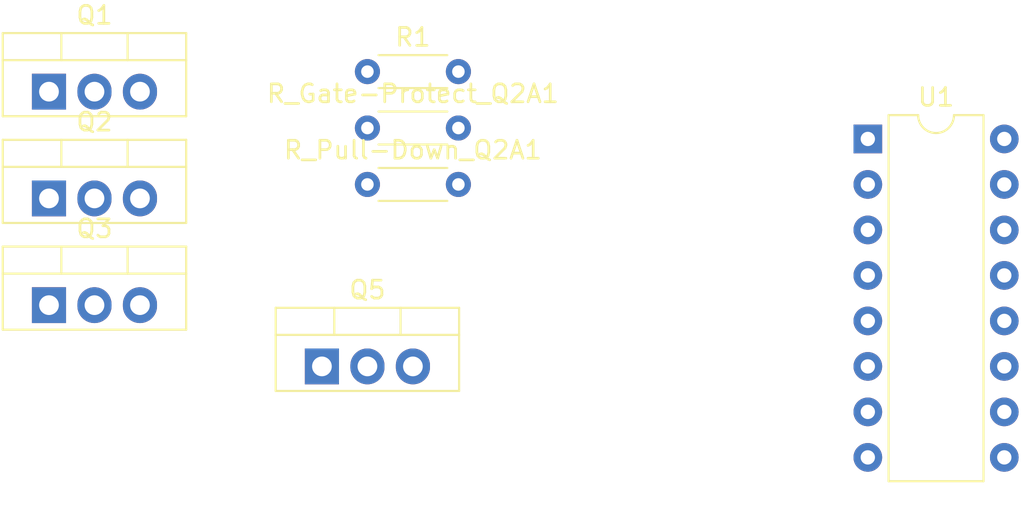
<source format=kicad_pcb>
(kicad_pcb (version 20221018) (generator pcbnew)
  (layers (0 "F.Cu" signal) (31 "B.Cu" signal) (34 "B.Paste" user) (35 "F.Paste" user) (36 "B.SilkS" user "B.Silkscreen") (37 "F.SilkS" user "F.Silkscreen") (38 "B.Mask" user) (39 "F.Mask" user) (44 "Edge.Cuts" user))
  (net 0 "")
  (net 17 "/Vcc")
  (net 18 "Net-(Q5-G)")
  (net 19 "/ML-A")
  (net 20 "/G_Q2A")
  (net 21 "/MR-A")
  (net 22 "/G_Q3A")
  (net 23 "GND")
  (net 24 "/G_Q4A")
  (net 25 "/G_Q2-A")
  (net 26 "Net-(R_Gate-Protect_Q2A1-Pad2)")
  (footprint "Package_TO_SOT_THT:TO-220-3_Vertical" (layer "F.Cu") (at 93.98 53.34)
    (fp_text reference "Q5" (at 2.54 -4.27) (layer "F.SilkS"))
    (fp_text value "NMOS")
    (fp_line (start -2.58 -3.27) (end -2.58 1.371) (stroke (width 0.12)) (layer "F.SilkS"))
    (fp_line (start -2.58 -3.27) (end 7.66 -3.27) (stroke (width 0.12)) (layer "F.SilkS"))
    (fp_line (start -2.58 -1.76) (end 7.66 -1.76) (stroke (width 0.12)) (layer "F.SilkS"))
    (fp_line (start -2.58 1.371) (end 7.66 1.371) (stroke (width 0.12)) (layer "F.SilkS"))
    (fp_line (start 0.69 -3.27) (end 0.69 -1.76) (stroke (width 0.12)) (layer "F.SilkS"))
    (fp_line (start 4.391 -3.27) (end 4.391 -1.76) (stroke (width 0.12)) (layer "F.SilkS"))
    (fp_line (start 7.66 -3.27) (end 7.66 1.371) (stroke (width 0.12)) (layer "F.SilkS"))
    (pad "1" thru_hole rect (at 0 0) (size 1.905 2) (drill 1.1) (layers "*.Cu" "*.Mask") (net 18 "Net-(Q5-G)"))
    (pad "2" thru_hole oval (at 2.54 0) (size 1.905 2) (drill 1.1) (layers "*.Cu" "*.Mask") (net 17 "/Vcc"))
    (pad "3" thru_hole oval (at 5.08 0) (size 1.905 2) (drill 1.1) (layers "*.Cu" "*.Mask") (net 19 "/ML-A"))
  )
  (footprint "Package_TO_SOT_THT:TO-220-3_Vertical" (layer "F.Cu") (at 78.74 49.92)
    (fp_text reference "Q3" (at 2.54 -4.27) (layer "F.SilkS"))
    (fp_text value "NMOS")
    (fp_line (start -2.58 -3.27) (end -2.58 1.371) (stroke (width 0.12)) (layer "F.SilkS"))
    (fp_line (start -2.58 -3.27) (end 7.66 -3.27) (stroke (width 0.12)) (layer "F.SilkS"))
    (fp_line (start -2.58 -1.76) (end 7.66 -1.76) (stroke (width 0.12)) (layer "F.SilkS"))
    (fp_line (start -2.58 1.371) (end 7.66 1.371) (stroke (width 0.12)) (layer "F.SilkS"))
    (fp_line (start 0.69 -3.27) (end 0.69 -1.76) (stroke (width 0.12)) (layer "F.SilkS"))
    (fp_line (start 4.391 -3.27) (end 4.391 -1.76) (stroke (width 0.12)) (layer "F.SilkS"))
    (fp_line (start 7.66 -3.27) (end 7.66 1.371) (stroke (width 0.12)) (layer "F.SilkS"))
    (pad "1" thru_hole rect (at 0 0) (size 1.905 2) (drill 1.1) (layers "*.Cu" "*.Mask") (net 24 "/G_Q4A"))
    (pad "2" thru_hole oval (at 2.54 0) (size 1.905 2) (drill 1.1) (layers "*.Cu" "*.Mask") (net 21 "/MR-A"))
    (pad "3" thru_hole oval (at 5.08 0) (size 1.905 2) (drill 1.1) (layers "*.Cu" "*.Mask") (net 23 "GND"))
  )
  (footprint "Resistor_THT:R_Axial_DIN0204_L3.6mm_D1.6mm_P5.08mm_Horizontal" (layer "F.Cu") (at 96.52 43.18)
    (fp_text reference "R_Pull-Down_Q2A1" (at 2.54 -1.92) (layer "F.SilkS"))
    (fp_text value "22k")
    (fp_line (start 0.62 -0.92) (end 4.46 -0.92) (stroke (width 0.12)) (layer "F.SilkS"))
    (fp_line (start 0.62 0.92) (end 4.46 0.92) (stroke (width 0.12)) (layer "F.SilkS"))
    (pad "1" thru_hole circle (at 0 0) (size 1.4 1.4) (drill 0.7) (layers "*.Cu" "*.Mask") (net 26 "Net-(R_Gate-Protect_Q2A1-Pad2)"))
    (pad "2" thru_hole oval (at 5.08 0) (size 1.4 1.4) (drill 0.7) (layers "*.Cu" "*.Mask") (net 23 "GND"))
  )
  (footprint "Package_DIP:DIP-16_W7.62mm" (layer "F.Cu") (at 124.46 40.64)
    (fp_text reference "U1" (at 3.81 -2.33) (layer "F.SilkS"))
    (fp_text value "PS2801-4")
    (fp_line (start 1.16 -1.33) (end 1.16 19.11) (stroke (width 0.12)) (layer "F.SilkS"))
    (fp_line (start 1.16 19.11) (end 6.46 19.11) (stroke (width 0.12)) (layer "F.SilkS"))
    (fp_line (start 2.81 -1.33) (end 1.16 -1.33) (stroke (width 0.12)) (layer "F.SilkS"))
    (fp_line (start 6.46 -1.33) (end 4.81 -1.33) (stroke (width 0.12)) (layer "F.SilkS"))
    (fp_line (start 6.46 19.11) (end 6.46 -1.33) (stroke (width 0.12)) (layer "F.SilkS"))
    (fp_arc (start 4.81 -1.33) (mid 3.81 -0.33) (end 2.81 -1.33) (stroke (width 0.12)) (layer "F.SilkS"))
    (pad "1" thru_hole rect (at 0 0) (size 1.6 1.6) (drill 0.8) (layers "*.Cu" "*.Mask"))
    (pad "2" thru_hole oval (at 0 2.54) (size 1.6 1.6) (drill 0.8) (layers "*.Cu" "*.Mask"))
    (pad "3" thru_hole oval (at 0 5.08) (size 1.6 1.6) (drill 0.8) (layers "*.Cu" "*.Mask"))
    (pad "4" thru_hole oval (at 0 7.62) (size 1.6 1.6) (drill 0.8) (layers "*.Cu" "*.Mask"))
    (pad "5" thru_hole oval (at 0 10.16) (size 1.6 1.6) (drill 0.8) (layers "*.Cu" "*.Mask"))
    (pad "6" thru_hole oval (at 0 12.7) (size 1.6 1.6) (drill 0.8) (layers "*.Cu" "*.Mask"))
    (pad "7" thru_hole oval (at 0 15.24) (size 1.6 1.6) (drill 0.8) (layers "*.Cu" "*.Mask"))
    (pad "8" thru_hole oval (at 0 17.78) (size 1.6 1.6) (drill 0.8) (layers "*.Cu" "*.Mask"))
    (pad "9" thru_hole oval (at 7.62 17.78) (size 1.6 1.6) (drill 0.8) (layers "*.Cu" "*.Mask"))
    (pad "10" thru_hole oval (at 7.62 15.24) (size 1.6 1.6) (drill 0.8) (layers "*.Cu" "*.Mask"))
    (pad "11" thru_hole oval (at 7.62 12.7) (size 1.6 1.6) (drill 0.8) (layers "*.Cu" "*.Mask"))
    (pad "12" thru_hole oval (at 7.62 10.16) (size 1.6 1.6) (drill 0.8) (layers "*.Cu" "*.Mask"))
    (pad "13" thru_hole oval (at 7.62 7.62) (size 1.6 1.6) (drill 0.8) (layers "*.Cu" "*.Mask"))
    (pad "14" thru_hole oval (at 7.62 5.08) (size 1.6 1.6) (drill 0.8) (layers "*.Cu" "*.Mask"))
    (pad "15" thru_hole oval (at 7.62 2.54) (size 1.6 1.6) (drill 0.8) (layers "*.Cu" "*.Mask"))
    (pad "16" thru_hole oval (at 7.62 0) (size 1.6 1.6) (drill 0.8) (layers "*.Cu" "*.Mask"))
  )
  (footprint "Package_TO_SOT_THT:TO-220-3_Vertical" (layer "F.Cu") (at 78.74 43.96)
    (fp_text reference "Q2" (at 2.54 -4.27) (layer "F.SilkS"))
    (fp_text value "NMOS")
    (fp_line (start -2.58 -3.27) (end -2.58 1.371) (stroke (width 0.12)) (layer "F.SilkS"))
    (fp_line (start -2.58 -3.27) (end 7.66 -3.27) (stroke (width 0.12)) (layer "F.SilkS"))
    (fp_line (start -2.58 -1.76) (end 7.66 -1.76) (stroke (width 0.12)) (layer "F.SilkS"))
    (fp_line (start -2.58 1.371) (end 7.66 1.371) (stroke (width 0.12)) (layer "F.SilkS"))
    (fp_line (start 0.69 -3.27) (end 0.69 -1.76) (stroke (width 0.12)) (layer "F.SilkS"))
    (fp_line (start 4.391 -3.27) (end 4.391 -1.76) (stroke (width 0.12)) (layer "F.SilkS"))
    (fp_line (start 7.66 -3.27) (end 7.66 1.371) (stroke (width 0.12)) (layer "F.SilkS"))
    (pad "1" thru_hole rect (at 0 0) (size 1.905 2) (drill 1.1) (layers "*.Cu" "*.Mask") (net 20 "/G_Q2A"))
    (pad "2" thru_hole oval (at 2.54 0) (size 1.905 2) (drill 1.1) (layers "*.Cu" "*.Mask") (net 17 "/Vcc"))
    (pad "3" thru_hole oval (at 5.08 0) (size 1.905 2) (drill 1.1) (layers "*.Cu" "*.Mask") (net 21 "/MR-A"))
  )
  (footprint "Package_TO_SOT_THT:TO-220-3_Vertical" (layer "F.Cu") (at 78.74 38)
    (fp_text reference "Q1" (at 2.54 -4.27) (layer "F.SilkS"))
    (fp_text value "NMOS")
    (fp_line (start -2.58 -3.27) (end -2.58 1.371) (stroke (width 0.12)) (layer "F.SilkS"))
    (fp_line (start -2.58 -3.27) (end 7.66 -3.27) (stroke (width 0.12)) (layer "F.SilkS"))
    (fp_line (start -2.58 -1.76) (end 7.66 -1.76) (stroke (width 0.12)) (layer "F.SilkS"))
    (fp_line (start -2.58 1.371) (end 7.66 1.371) (stroke (width 0.12)) (layer "F.SilkS"))
    (fp_line (start 0.69 -3.27) (end 0.69 -1.76) (stroke (width 0.12)) (layer "F.SilkS"))
    (fp_line (start 4.391 -3.27) (end 4.391 -1.76) (stroke (width 0.12)) (layer "F.SilkS"))
    (fp_line (start 7.66 -3.27) (end 7.66 1.371) (stroke (width 0.12)) (layer "F.SilkS"))
    (pad "1" thru_hole rect (at 0 0) (size 1.905 2) (drill 1.1) (layers "*.Cu" "*.Mask") (net 22 "/G_Q3A"))
    (pad "2" thru_hole oval (at 2.54 0) (size 1.905 2) (drill 1.1) (layers "*.Cu" "*.Mask") (net 19 "/ML-A"))
    (pad "3" thru_hole oval (at 5.08 0) (size 1.905 2) (drill 1.1) (layers "*.Cu" "*.Mask") (net 23 "GND"))
  )
  (footprint "Resistor_THT:R_Axial_DIN0204_L3.6mm_D1.6mm_P5.08mm_Horizontal" (layer "F.Cu") (at 96.52 36.88)
    (fp_text reference "R1" (at 2.54 -1.92) (layer "F.SilkS"))
    (fp_text value "R_PD")
    (fp_line (start 0.62 -0.92) (end 4.46 -0.92) (stroke (width 0.12)) (layer "F.SilkS"))
    (fp_line (start 0.62 0.92) (end 4.46 0.92) (stroke (width 0.12)) (layer "F.SilkS"))
    (pad "1" thru_hole circle (at 0 0) (size 1.4 1.4) (drill 0.7) (layers "*.Cu" "*.Mask") (net 18 "Net-(Q5-G)"))
    (pad "2" thru_hole oval (at 5.08 0) (size 1.4 1.4) (drill 0.7) (layers "*.Cu" "*.Mask") (net 23 "GND"))
  )
  (footprint "Resistor_THT:R_Axial_DIN0204_L3.6mm_D1.6mm_P5.08mm_Horizontal" (layer "F.Cu") (at 96.52 40.03)
    (fp_text reference "R_Gate-Protect_Q2A1" (at 2.54 -1.92) (layer "F.SilkS"))
    (fp_text value "10")
    (fp_line (start 0.62 -0.92) (end 4.46 -0.92) (stroke (width 0.12)) (layer "F.SilkS"))
    (fp_line (start 0.62 0.92) (end 4.46 0.92) (stroke (width 0.12)) (layer "F.SilkS"))
    (pad "1" thru_hole circle (at 0 0) (size 1.4 1.4) (drill 0.7) (layers "*.Cu" "*.Mask") (net 25 "/G_Q2-A"))
    (pad "2" thru_hole oval (at 5.08 0) (size 1.4 1.4) (drill 0.7) (layers "*.Cu" "*.Mask") (net 26 "Net-(R_Gate-Protect_Q2A1-Pad2)"))
  )
)
</source>
